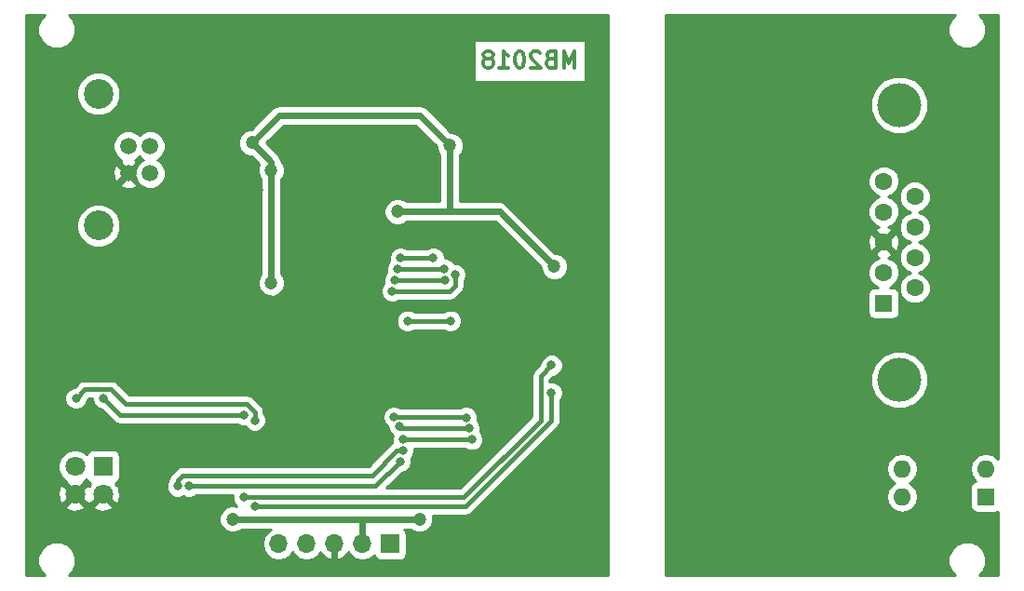
<source format=gbr>
G04 #@! TF.FileFunction,Copper,L2,Bot,Signal*
%FSLAX46Y46*%
G04 Gerber Fmt 4.6, Leading zero omitted, Abs format (unit mm)*
G04 Created by KiCad (PCBNEW 4.0.7) date Fri Feb 16 20:15:51 2018*
%MOMM*%
%LPD*%
G01*
G04 APERTURE LIST*
%ADD10C,0.100000*%
%ADD11C,0.300000*%
%ADD12C,1.200000*%
%ADD13C,1.520000*%
%ADD14C,2.700000*%
%ADD15R,1.700000X1.700000*%
%ADD16O,1.700000X1.700000*%
%ADD17C,1.800000*%
%ADD18R,1.800000X1.800000*%
%ADD19R,1.600000X1.600000*%
%ADD20O,1.600000X1.600000*%
%ADD21C,1.600000*%
%ADD22C,4.000000*%
%ADD23C,0.800000*%
%ADD24C,0.600000*%
%ADD25C,0.400000*%
%ADD26C,0.254000*%
G04 APERTURE END LIST*
D10*
D11*
X50607142Y48321429D02*
X50607142Y49821429D01*
X50107142Y48750000D01*
X49607142Y49821429D01*
X49607142Y48321429D01*
X48392856Y49107143D02*
X48178570Y49035714D01*
X48107142Y48964286D01*
X48035713Y48821429D01*
X48035713Y48607143D01*
X48107142Y48464286D01*
X48178570Y48392857D01*
X48321428Y48321429D01*
X48892856Y48321429D01*
X48892856Y49821429D01*
X48392856Y49821429D01*
X48249999Y49750000D01*
X48178570Y49678571D01*
X48107142Y49535714D01*
X48107142Y49392857D01*
X48178570Y49250000D01*
X48249999Y49178571D01*
X48392856Y49107143D01*
X48892856Y49107143D01*
X47464285Y49678571D02*
X47392856Y49750000D01*
X47249999Y49821429D01*
X46892856Y49821429D01*
X46749999Y49750000D01*
X46678570Y49678571D01*
X46607142Y49535714D01*
X46607142Y49392857D01*
X46678570Y49178571D01*
X47535713Y48321429D01*
X46607142Y48321429D01*
X45678571Y49821429D02*
X45535714Y49821429D01*
X45392857Y49750000D01*
X45321428Y49678571D01*
X45249999Y49535714D01*
X45178571Y49250000D01*
X45178571Y48892857D01*
X45249999Y48607143D01*
X45321428Y48464286D01*
X45392857Y48392857D01*
X45535714Y48321429D01*
X45678571Y48321429D01*
X45821428Y48392857D01*
X45892857Y48464286D01*
X45964285Y48607143D01*
X46035714Y48892857D01*
X46035714Y49250000D01*
X45964285Y49535714D01*
X45892857Y49678571D01*
X45821428Y49750000D01*
X45678571Y49821429D01*
X43750000Y48321429D02*
X44607143Y48321429D01*
X44178571Y48321429D02*
X44178571Y49821429D01*
X44321428Y49607143D01*
X44464286Y49464286D01*
X44607143Y49392857D01*
X42892857Y49178571D02*
X43035715Y49250000D01*
X43107143Y49321429D01*
X43178572Y49464286D01*
X43178572Y49535714D01*
X43107143Y49678571D01*
X43035715Y49750000D01*
X42892857Y49821429D01*
X42607143Y49821429D01*
X42464286Y49750000D01*
X42392857Y49678571D01*
X42321429Y49535714D01*
X42321429Y49464286D01*
X42392857Y49321429D01*
X42464286Y49250000D01*
X42607143Y49178571D01*
X42892857Y49178571D01*
X43035715Y49107143D01*
X43107143Y49035714D01*
X43178572Y48892857D01*
X43178572Y48607143D01*
X43107143Y48464286D01*
X43035715Y48392857D01*
X42892857Y48321429D01*
X42607143Y48321429D01*
X42464286Y48392857D01*
X42392857Y48464286D01*
X42321429Y48607143D01*
X42321429Y48892857D01*
X42392857Y49035714D01*
X42464286Y49107143D01*
X42607143Y49178571D01*
D12*
X17500000Y8500000D03*
X11000000Y30000000D03*
X16750000Y47250000D03*
X14500000Y45000000D03*
X17250000Y30750000D03*
X15500000Y32750000D03*
X17250000Y23000000D03*
X40000000Y12750000D03*
X38250000Y23000000D03*
X40000000Y18500000D03*
X45750000Y30250000D03*
X46250000Y21500000D03*
X51250000Y25750000D03*
X60000000Y38750000D03*
X52500000Y38750000D03*
X20000000Y3500000D03*
X13750000Y3500000D03*
X7500000Y3500000D03*
X2000000Y11000000D03*
X2000000Y18750000D03*
X2000000Y26250000D03*
X2000000Y33750000D03*
X2000000Y41250000D03*
X2000000Y48750000D03*
X7500000Y51750000D03*
X15000000Y51750000D03*
X22500000Y51750000D03*
X30000000Y51750000D03*
X37500000Y51750000D03*
X45000000Y51750000D03*
X52500000Y51750000D03*
X52500000Y46250000D03*
X50250000Y31500000D03*
X52500000Y34750000D03*
X37500000Y3500000D03*
X45000000Y3500000D03*
X52500000Y3500000D03*
X52500000Y8750000D03*
X51750000Y13500000D03*
X42750000Y7250000D03*
X17500000Y15250000D03*
X38000000Y33250000D03*
X28750000Y18500000D03*
X28750000Y15500000D03*
X28750000Y12750000D03*
X28750000Y21250000D03*
X28750000Y39000000D03*
X28750000Y36000000D03*
X28750000Y33250000D03*
X28750000Y41750000D03*
D13*
X12000000Y41200000D03*
X12000000Y38700000D03*
X10000000Y38700000D03*
X10000000Y41200000D03*
D14*
X7290000Y45950000D03*
X7290000Y33950000D03*
D12*
X60000000Y34750000D03*
D15*
X33830000Y5000000D03*
D16*
X31290000Y5000000D03*
X28750000Y5000000D03*
X26210000Y5000000D03*
X23670000Y5000000D03*
D12*
X69000000Y35750000D03*
X75750000Y18750000D03*
X75750000Y26250000D03*
X60000000Y8750000D03*
X60000000Y3500000D03*
X67500000Y3500000D03*
X75000000Y3500000D03*
X82500000Y3500000D03*
X88250000Y18750000D03*
X88250000Y26250000D03*
X88250000Y33750000D03*
X88250000Y41250000D03*
X88250000Y48750000D03*
X82500000Y51750000D03*
X75000000Y51750000D03*
X67500000Y51750000D03*
X60000000Y51750000D03*
D17*
X5160000Y9510000D03*
X5160000Y12050000D03*
D18*
X7700000Y12050000D03*
D17*
X7700000Y9510000D03*
D19*
X88000000Y9300000D03*
D20*
X80380000Y11840000D03*
X88000000Y11840000D03*
X80380000Y9300000D03*
D19*
X78700000Y26900000D03*
D21*
X78700000Y29670000D03*
X78700000Y32440000D03*
X78700000Y35210000D03*
X78700000Y37980000D03*
X81540000Y28285000D03*
X81540000Y31055000D03*
X81540000Y33825000D03*
X81540000Y36595000D03*
D22*
X80120000Y19940000D03*
X80120000Y44940000D03*
D12*
X60000000Y46250000D03*
X21750000Y37250000D03*
X15250018Y41500000D03*
X19500000Y7250000D03*
X23000000Y28750000D03*
X36500000Y7250000D03*
X48750000Y30250000D03*
X39250000Y41250000D03*
X34500000Y35225000D03*
X23000000Y39000000D03*
X21250000Y41500000D03*
X66250000Y27250000D03*
X66000000Y20250000D03*
X70250000Y41750000D03*
X73000000Y42000000D03*
X64250000Y15250000D03*
X62250000Y31500000D03*
X71250000Y38500000D03*
X73000000Y36250000D03*
X67500000Y9000000D03*
X60750000Y13500000D03*
X60000000Y28500000D03*
D23*
X40750000Y16500000D03*
X34154845Y16549308D03*
X5250000Y18250000D03*
X21500000Y16250000D03*
X15500000Y10250000D03*
X34750000Y12500000D03*
X14491043Y10247015D03*
X35000000Y13500000D03*
X41000008Y15500000D03*
X34676884Y15696372D03*
X41250004Y14500000D03*
X35000000Y14500000D03*
X34750000Y31000000D03*
X37749996Y31000000D03*
X39290686Y25290686D03*
X35409314Y25290686D03*
X39750000Y29500000D03*
X34000000Y28000000D03*
X38829651Y28961037D03*
X34250000Y29000000D03*
X38750000Y30000000D03*
X34500000Y30000000D03*
X48500000Y21250000D03*
X20500000Y9250000D03*
X48500000Y18750000D03*
X21500000Y8449990D03*
X7750000Y18250000D03*
X20500000Y16750000D03*
D24*
X39250000Y35250000D02*
X39250000Y41250000D01*
X31250000Y7250000D02*
X19500000Y7250000D01*
X23000000Y39000000D02*
X23000000Y28750000D01*
X36500000Y7250000D02*
X31250000Y7250000D01*
X31250000Y7250000D02*
X31290000Y7210000D01*
X31290000Y7210000D02*
X31290000Y5000000D01*
X43775000Y35225000D02*
X48750000Y30250000D01*
X39225000Y35225000D02*
X43775000Y35225000D01*
X34500000Y35225000D02*
X39225000Y35225000D01*
X39225000Y35225000D02*
X39250000Y35250000D01*
X21250000Y41500000D02*
X23750000Y44000000D01*
X23750000Y44000000D02*
X36500000Y44000000D01*
X36500000Y44000000D02*
X39250000Y41250000D01*
X21250000Y41500000D02*
X23000000Y39750000D01*
X23000000Y39750000D02*
X23000000Y39000000D01*
D25*
X34154845Y16549308D02*
X40700692Y16549308D01*
X40700692Y16549308D02*
X40750000Y16500000D01*
X6050001Y19050001D02*
X5250000Y18250000D01*
X9750000Y17750000D02*
X8449999Y19050001D01*
X8449999Y19050001D02*
X6050001Y19050001D01*
X20750000Y17750000D02*
X9750000Y17750000D01*
X21500000Y16250000D02*
X21500000Y17000000D01*
X21500000Y17000000D02*
X20750000Y17750000D01*
X32500000Y10250000D02*
X16065685Y10250000D01*
X34750000Y12500000D02*
X32500000Y10250000D01*
X16065685Y10250000D02*
X15500000Y10250000D01*
X34434315Y13500000D02*
X32184315Y11250000D01*
X14491043Y10812700D02*
X14491043Y10247015D01*
X32184315Y11250000D02*
X14928343Y11250000D01*
X14928343Y11250000D02*
X14491043Y10812700D01*
X35000000Y13500000D02*
X34434315Y13500000D01*
X41000008Y15500000D02*
X34873256Y15500000D01*
X34873256Y15500000D02*
X34676884Y15696372D01*
X35000000Y14500000D02*
X41250004Y14500000D01*
X37749996Y31000000D02*
X34750000Y31000000D01*
X35409314Y25290686D02*
X39290686Y25290686D01*
X34000000Y28000000D02*
X39250000Y28000000D01*
X39250000Y28000000D02*
X39750000Y28500000D01*
X39750000Y28500000D02*
X39750000Y29500000D01*
X38790688Y29000000D02*
X38829651Y28961037D01*
X34250000Y29000000D02*
X38790688Y29000000D01*
X34500000Y30000000D02*
X38750000Y30000000D01*
X20500000Y9250000D02*
X40500000Y9250000D01*
X40500000Y9250000D02*
X47500000Y16250000D01*
X47500000Y16250000D02*
X47500000Y20250000D01*
X47500000Y20250000D02*
X48500000Y21250000D01*
X21500000Y8449990D02*
X40699990Y8449990D01*
X40699990Y8449990D02*
X48500000Y16250000D01*
X48500000Y16250000D02*
X48500000Y18750000D01*
X9250000Y16750000D02*
X7750000Y18250000D01*
X20500000Y16750000D02*
X9250000Y16750000D01*
D26*
G36*
X84829996Y52784082D02*
X84565301Y52146627D01*
X84564699Y51456401D01*
X84828281Y50818485D01*
X85315918Y50329996D01*
X85953373Y50065301D01*
X86643599Y50064699D01*
X87281515Y50328281D01*
X87770004Y50815918D01*
X88034699Y51453373D01*
X88035301Y52143599D01*
X87771719Y52781515D01*
X87430830Y53123000D01*
X89115000Y53123000D01*
X89115000Y12746660D01*
X89042811Y12854698D01*
X88577264Y13165767D01*
X88028113Y13275000D01*
X87971887Y13275000D01*
X87422736Y13165767D01*
X86957189Y12854698D01*
X86646120Y12389151D01*
X86536887Y11840000D01*
X86646120Y11290849D01*
X86957189Y10825302D01*
X87101465Y10728899D01*
X86964683Y10703162D01*
X86748559Y10564090D01*
X86603569Y10351890D01*
X86552560Y10100000D01*
X86552560Y8500000D01*
X86596838Y8264683D01*
X86735910Y8048559D01*
X86948110Y7903569D01*
X87200000Y7852560D01*
X88800000Y7852560D01*
X89035317Y7896838D01*
X89115000Y7948113D01*
X89115000Y2127000D01*
X87380406Y2127000D01*
X87770004Y2515918D01*
X88034699Y3153373D01*
X88035301Y3843599D01*
X87771719Y4481515D01*
X87284082Y4970004D01*
X86646627Y5234699D01*
X85956401Y5235301D01*
X85318485Y4971719D01*
X84829996Y4484082D01*
X84565301Y3846627D01*
X84564699Y3156401D01*
X84828281Y2518485D01*
X85219083Y2127000D01*
X58877000Y2127000D01*
X58877000Y11840000D01*
X78916887Y11840000D01*
X79026120Y11290849D01*
X79337189Y10825302D01*
X79719275Y10570000D01*
X79337189Y10314698D01*
X79026120Y9849151D01*
X78916887Y9300000D01*
X79026120Y8750849D01*
X79337189Y8285302D01*
X79802736Y7974233D01*
X80351887Y7865000D01*
X80408113Y7865000D01*
X80957264Y7974233D01*
X81422811Y8285302D01*
X81733880Y8750849D01*
X81843113Y9300000D01*
X81733880Y9849151D01*
X81422811Y10314698D01*
X81040725Y10570000D01*
X81422811Y10825302D01*
X81733880Y11290849D01*
X81843113Y11840000D01*
X81733880Y12389151D01*
X81422811Y12854698D01*
X80957264Y13165767D01*
X80408113Y13275000D01*
X80351887Y13275000D01*
X79802736Y13165767D01*
X79337189Y12854698D01*
X79026120Y12389151D01*
X78916887Y11840000D01*
X58877000Y11840000D01*
X58877000Y19418166D01*
X77484543Y19418166D01*
X77884853Y18449342D01*
X78625443Y17707458D01*
X79593567Y17305458D01*
X80641834Y17304543D01*
X81610658Y17704853D01*
X82352542Y18445443D01*
X82754542Y19413567D01*
X82755457Y20461834D01*
X82355147Y21430658D01*
X81614557Y22172542D01*
X80646433Y22574542D01*
X79598166Y22575457D01*
X78629342Y22175147D01*
X77887458Y21434557D01*
X77485458Y20466433D01*
X77484543Y19418166D01*
X58877000Y19418166D01*
X58877000Y27700000D01*
X77252560Y27700000D01*
X77252560Y26100000D01*
X77296838Y25864683D01*
X77435910Y25648559D01*
X77648110Y25503569D01*
X77900000Y25452560D01*
X79500000Y25452560D01*
X79735317Y25496838D01*
X79951441Y25635910D01*
X80096431Y25848110D01*
X80147440Y26100000D01*
X80147440Y27700000D01*
X80103162Y27935317D01*
X79964090Y28151441D01*
X79751890Y28296431D01*
X79500000Y28347440D01*
X79256913Y28347440D01*
X79511800Y28452757D01*
X79915824Y28856077D01*
X80134750Y29383309D01*
X80135248Y29954187D01*
X79917243Y30481800D01*
X79513923Y30885824D01*
X79129937Y31045269D01*
X79414003Y31162933D01*
X79491846Y31403495D01*
X78700000Y32195341D01*
X77908154Y31403495D01*
X77985997Y31162933D01*
X78305097Y31059501D01*
X77888200Y30887243D01*
X77484176Y30483923D01*
X77265250Y29956691D01*
X77264752Y29385813D01*
X77482757Y28858200D01*
X77886077Y28454176D01*
X78143126Y28347440D01*
X77900000Y28347440D01*
X77664683Y28303162D01*
X77448559Y28164090D01*
X77303569Y27951890D01*
X77252560Y27700000D01*
X58877000Y27700000D01*
X58877000Y32610940D01*
X77246907Y32610940D01*
X77292101Y32041854D01*
X77422933Y31725997D01*
X77663495Y31648154D01*
X78455341Y32440000D01*
X78944659Y32440000D01*
X79736505Y31648154D01*
X79977067Y31725997D01*
X80153093Y32269060D01*
X80107899Y32838146D01*
X79977067Y33154003D01*
X79736505Y33231846D01*
X78944659Y32440000D01*
X78455341Y32440000D01*
X77663495Y33231846D01*
X77422933Y33154003D01*
X77246907Y32610940D01*
X58877000Y32610940D01*
X58877000Y37695813D01*
X77264752Y37695813D01*
X77482757Y37168200D01*
X77886077Y36764176D01*
X78293850Y36594854D01*
X77888200Y36427243D01*
X77484176Y36023923D01*
X77265250Y35496691D01*
X77264752Y34925813D01*
X77482757Y34398200D01*
X77886077Y33994176D01*
X78270063Y33834731D01*
X77985997Y33717067D01*
X77908154Y33476505D01*
X78700000Y32684659D01*
X79491846Y33476505D01*
X79414003Y33717067D01*
X79094903Y33820499D01*
X79511800Y33992757D01*
X79915824Y34396077D01*
X80134750Y34923309D01*
X80135248Y35494187D01*
X79917243Y36021800D01*
X79628734Y36310813D01*
X80104752Y36310813D01*
X80322757Y35783200D01*
X80726077Y35379176D01*
X81133850Y35209854D01*
X80728200Y35042243D01*
X80324176Y34638923D01*
X80105250Y34111691D01*
X80104752Y33540813D01*
X80322757Y33013200D01*
X80726077Y32609176D01*
X81133850Y32439854D01*
X80728200Y32272243D01*
X80324176Y31868923D01*
X80105250Y31341691D01*
X80104752Y30770813D01*
X80322757Y30243200D01*
X80726077Y29839176D01*
X81133850Y29669854D01*
X80728200Y29502243D01*
X80324176Y29098923D01*
X80105250Y28571691D01*
X80104752Y28000813D01*
X80322757Y27473200D01*
X80726077Y27069176D01*
X81253309Y26850250D01*
X81824187Y26849752D01*
X82351800Y27067757D01*
X82755824Y27471077D01*
X82974750Y27998309D01*
X82975248Y28569187D01*
X82757243Y29096800D01*
X82353923Y29500824D01*
X81946150Y29670146D01*
X82351800Y29837757D01*
X82755824Y30241077D01*
X82974750Y30768309D01*
X82975248Y31339187D01*
X82757243Y31866800D01*
X82353923Y32270824D01*
X81946150Y32440146D01*
X82351800Y32607757D01*
X82755824Y33011077D01*
X82974750Y33538309D01*
X82975248Y34109187D01*
X82757243Y34636800D01*
X82353923Y35040824D01*
X81946150Y35210146D01*
X82351800Y35377757D01*
X82755824Y35781077D01*
X82974750Y36308309D01*
X82975248Y36879187D01*
X82757243Y37406800D01*
X82353923Y37810824D01*
X81826691Y38029750D01*
X81255813Y38030248D01*
X80728200Y37812243D01*
X80324176Y37408923D01*
X80105250Y36881691D01*
X80104752Y36310813D01*
X79628734Y36310813D01*
X79513923Y36425824D01*
X79106150Y36595146D01*
X79511800Y36762757D01*
X79915824Y37166077D01*
X80134750Y37693309D01*
X80135248Y38264187D01*
X79917243Y38791800D01*
X79513923Y39195824D01*
X78986691Y39414750D01*
X78415813Y39415248D01*
X77888200Y39197243D01*
X77484176Y38793923D01*
X77265250Y38266691D01*
X77264752Y37695813D01*
X58877000Y37695813D01*
X58877000Y44418166D01*
X77484543Y44418166D01*
X77884853Y43449342D01*
X78625443Y42707458D01*
X79593567Y42305458D01*
X80641834Y42304543D01*
X81610658Y42704853D01*
X82352542Y43445443D01*
X82754542Y44413567D01*
X82755457Y45461834D01*
X82355147Y46430658D01*
X81614557Y47172542D01*
X80646433Y47574542D01*
X79598166Y47575457D01*
X78629342Y47175147D01*
X77887458Y46434557D01*
X77485458Y45466433D01*
X77484543Y44418166D01*
X58877000Y44418166D01*
X58877000Y53123000D01*
X85169506Y53123000D01*
X84829996Y52784082D01*
X84829996Y52784082D01*
G37*
X84829996Y52784082D02*
X84565301Y52146627D01*
X84564699Y51456401D01*
X84828281Y50818485D01*
X85315918Y50329996D01*
X85953373Y50065301D01*
X86643599Y50064699D01*
X87281515Y50328281D01*
X87770004Y50815918D01*
X88034699Y51453373D01*
X88035301Y52143599D01*
X87771719Y52781515D01*
X87430830Y53123000D01*
X89115000Y53123000D01*
X89115000Y12746660D01*
X89042811Y12854698D01*
X88577264Y13165767D01*
X88028113Y13275000D01*
X87971887Y13275000D01*
X87422736Y13165767D01*
X86957189Y12854698D01*
X86646120Y12389151D01*
X86536887Y11840000D01*
X86646120Y11290849D01*
X86957189Y10825302D01*
X87101465Y10728899D01*
X86964683Y10703162D01*
X86748559Y10564090D01*
X86603569Y10351890D01*
X86552560Y10100000D01*
X86552560Y8500000D01*
X86596838Y8264683D01*
X86735910Y8048559D01*
X86948110Y7903569D01*
X87200000Y7852560D01*
X88800000Y7852560D01*
X89035317Y7896838D01*
X89115000Y7948113D01*
X89115000Y2127000D01*
X87380406Y2127000D01*
X87770004Y2515918D01*
X88034699Y3153373D01*
X88035301Y3843599D01*
X87771719Y4481515D01*
X87284082Y4970004D01*
X86646627Y5234699D01*
X85956401Y5235301D01*
X85318485Y4971719D01*
X84829996Y4484082D01*
X84565301Y3846627D01*
X84564699Y3156401D01*
X84828281Y2518485D01*
X85219083Y2127000D01*
X58877000Y2127000D01*
X58877000Y11840000D01*
X78916887Y11840000D01*
X79026120Y11290849D01*
X79337189Y10825302D01*
X79719275Y10570000D01*
X79337189Y10314698D01*
X79026120Y9849151D01*
X78916887Y9300000D01*
X79026120Y8750849D01*
X79337189Y8285302D01*
X79802736Y7974233D01*
X80351887Y7865000D01*
X80408113Y7865000D01*
X80957264Y7974233D01*
X81422811Y8285302D01*
X81733880Y8750849D01*
X81843113Y9300000D01*
X81733880Y9849151D01*
X81422811Y10314698D01*
X81040725Y10570000D01*
X81422811Y10825302D01*
X81733880Y11290849D01*
X81843113Y11840000D01*
X81733880Y12389151D01*
X81422811Y12854698D01*
X80957264Y13165767D01*
X80408113Y13275000D01*
X80351887Y13275000D01*
X79802736Y13165767D01*
X79337189Y12854698D01*
X79026120Y12389151D01*
X78916887Y11840000D01*
X58877000Y11840000D01*
X58877000Y19418166D01*
X77484543Y19418166D01*
X77884853Y18449342D01*
X78625443Y17707458D01*
X79593567Y17305458D01*
X80641834Y17304543D01*
X81610658Y17704853D01*
X82352542Y18445443D01*
X82754542Y19413567D01*
X82755457Y20461834D01*
X82355147Y21430658D01*
X81614557Y22172542D01*
X80646433Y22574542D01*
X79598166Y22575457D01*
X78629342Y22175147D01*
X77887458Y21434557D01*
X77485458Y20466433D01*
X77484543Y19418166D01*
X58877000Y19418166D01*
X58877000Y27700000D01*
X77252560Y27700000D01*
X77252560Y26100000D01*
X77296838Y25864683D01*
X77435910Y25648559D01*
X77648110Y25503569D01*
X77900000Y25452560D01*
X79500000Y25452560D01*
X79735317Y25496838D01*
X79951441Y25635910D01*
X80096431Y25848110D01*
X80147440Y26100000D01*
X80147440Y27700000D01*
X80103162Y27935317D01*
X79964090Y28151441D01*
X79751890Y28296431D01*
X79500000Y28347440D01*
X79256913Y28347440D01*
X79511800Y28452757D01*
X79915824Y28856077D01*
X80134750Y29383309D01*
X80135248Y29954187D01*
X79917243Y30481800D01*
X79513923Y30885824D01*
X79129937Y31045269D01*
X79414003Y31162933D01*
X79491846Y31403495D01*
X78700000Y32195341D01*
X77908154Y31403495D01*
X77985997Y31162933D01*
X78305097Y31059501D01*
X77888200Y30887243D01*
X77484176Y30483923D01*
X77265250Y29956691D01*
X77264752Y29385813D01*
X77482757Y28858200D01*
X77886077Y28454176D01*
X78143126Y28347440D01*
X77900000Y28347440D01*
X77664683Y28303162D01*
X77448559Y28164090D01*
X77303569Y27951890D01*
X77252560Y27700000D01*
X58877000Y27700000D01*
X58877000Y32610940D01*
X77246907Y32610940D01*
X77292101Y32041854D01*
X77422933Y31725997D01*
X77663495Y31648154D01*
X78455341Y32440000D01*
X78944659Y32440000D01*
X79736505Y31648154D01*
X79977067Y31725997D01*
X80153093Y32269060D01*
X80107899Y32838146D01*
X79977067Y33154003D01*
X79736505Y33231846D01*
X78944659Y32440000D01*
X78455341Y32440000D01*
X77663495Y33231846D01*
X77422933Y33154003D01*
X77246907Y32610940D01*
X58877000Y32610940D01*
X58877000Y37695813D01*
X77264752Y37695813D01*
X77482757Y37168200D01*
X77886077Y36764176D01*
X78293850Y36594854D01*
X77888200Y36427243D01*
X77484176Y36023923D01*
X77265250Y35496691D01*
X77264752Y34925813D01*
X77482757Y34398200D01*
X77886077Y33994176D01*
X78270063Y33834731D01*
X77985997Y33717067D01*
X77908154Y33476505D01*
X78700000Y32684659D01*
X79491846Y33476505D01*
X79414003Y33717067D01*
X79094903Y33820499D01*
X79511800Y33992757D01*
X79915824Y34396077D01*
X80134750Y34923309D01*
X80135248Y35494187D01*
X79917243Y36021800D01*
X79628734Y36310813D01*
X80104752Y36310813D01*
X80322757Y35783200D01*
X80726077Y35379176D01*
X81133850Y35209854D01*
X80728200Y35042243D01*
X80324176Y34638923D01*
X80105250Y34111691D01*
X80104752Y33540813D01*
X80322757Y33013200D01*
X80726077Y32609176D01*
X81133850Y32439854D01*
X80728200Y32272243D01*
X80324176Y31868923D01*
X80105250Y31341691D01*
X80104752Y30770813D01*
X80322757Y30243200D01*
X80726077Y29839176D01*
X81133850Y29669854D01*
X80728200Y29502243D01*
X80324176Y29098923D01*
X80105250Y28571691D01*
X80104752Y28000813D01*
X80322757Y27473200D01*
X80726077Y27069176D01*
X81253309Y26850250D01*
X81824187Y26849752D01*
X82351800Y27067757D01*
X82755824Y27471077D01*
X82974750Y27998309D01*
X82975248Y28569187D01*
X82757243Y29096800D01*
X82353923Y29500824D01*
X81946150Y29670146D01*
X82351800Y29837757D01*
X82755824Y30241077D01*
X82974750Y30768309D01*
X82975248Y31339187D01*
X82757243Y31866800D01*
X82353923Y32270824D01*
X81946150Y32440146D01*
X82351800Y32607757D01*
X82755824Y33011077D01*
X82974750Y33538309D01*
X82975248Y34109187D01*
X82757243Y34636800D01*
X82353923Y35040824D01*
X81946150Y35210146D01*
X82351800Y35377757D01*
X82755824Y35781077D01*
X82974750Y36308309D01*
X82975248Y36879187D01*
X82757243Y37406800D01*
X82353923Y37810824D01*
X81826691Y38029750D01*
X81255813Y38030248D01*
X80728200Y37812243D01*
X80324176Y37408923D01*
X80105250Y36881691D01*
X80104752Y36310813D01*
X79628734Y36310813D01*
X79513923Y36425824D01*
X79106150Y36595146D01*
X79511800Y36762757D01*
X79915824Y37166077D01*
X80134750Y37693309D01*
X80135248Y38264187D01*
X79917243Y38791800D01*
X79513923Y39195824D01*
X78986691Y39414750D01*
X78415813Y39415248D01*
X77888200Y39197243D01*
X77484176Y38793923D01*
X77265250Y38266691D01*
X77264752Y37695813D01*
X58877000Y37695813D01*
X58877000Y44418166D01*
X77484543Y44418166D01*
X77884853Y43449342D01*
X78625443Y42707458D01*
X79593567Y42305458D01*
X80641834Y42304543D01*
X81610658Y42704853D01*
X82352542Y43445443D01*
X82754542Y44413567D01*
X82755457Y45461834D01*
X82355147Y46430658D01*
X81614557Y47172542D01*
X80646433Y47574542D01*
X79598166Y47575457D01*
X78629342Y47175147D01*
X77887458Y46434557D01*
X77485458Y45466433D01*
X77484543Y44418166D01*
X58877000Y44418166D01*
X58877000Y53123000D01*
X85169506Y53123000D01*
X84829996Y52784082D01*
G36*
X2029996Y52784082D02*
X1765301Y52146627D01*
X1764699Y51456401D01*
X2028281Y50818485D01*
X2515918Y50329996D01*
X3153373Y50065301D01*
X3843599Y50064699D01*
X4481515Y50328281D01*
X4970004Y50815918D01*
X4977927Y50835000D01*
X41400715Y50835000D01*
X41400715Y47015000D01*
X51599285Y47015000D01*
X51599285Y50835000D01*
X41400715Y50835000D01*
X4977927Y50835000D01*
X5234699Y51453373D01*
X5235301Y52143599D01*
X4971719Y52781515D01*
X4630830Y53123000D01*
X53623000Y53123000D01*
X53623000Y2127000D01*
X4580406Y2127000D01*
X4970004Y2515918D01*
X5234699Y3153373D01*
X5235301Y3843599D01*
X4971719Y4481515D01*
X4484082Y4970004D01*
X3846627Y5234699D01*
X3156401Y5235301D01*
X2518485Y4971719D01*
X2029996Y4484082D01*
X1765301Y3846627D01*
X1764699Y3156401D01*
X2028281Y2518485D01*
X2419083Y2127000D01*
X685000Y2127000D01*
X685000Y8400803D01*
X4295462Y8400803D01*
X4385671Y8149903D01*
X4965100Y7957111D01*
X5574201Y8000733D01*
X5934329Y8149903D01*
X6024538Y8400803D01*
X6835462Y8400803D01*
X6925671Y8149903D01*
X7505100Y7957111D01*
X8114201Y8000733D01*
X8474329Y8149903D01*
X8564538Y8400803D01*
X7700000Y9265341D01*
X6835462Y8400803D01*
X6024538Y8400803D01*
X5160000Y9265341D01*
X4295462Y8400803D01*
X685000Y8400803D01*
X685000Y9704900D01*
X3607111Y9704900D01*
X3650733Y9095799D01*
X3799903Y8735671D01*
X4050803Y8645462D01*
X4915341Y9510000D01*
X4050803Y10374538D01*
X3799903Y10284329D01*
X3607111Y9704900D01*
X685000Y9704900D01*
X685000Y11746009D01*
X3624735Y11746009D01*
X3857932Y11181629D01*
X4289357Y10749449D01*
X4335417Y10730323D01*
X4295462Y10619197D01*
X5160000Y9754659D01*
X6024538Y10619197D01*
X5984735Y10729902D01*
X6028371Y10747932D01*
X6196613Y10915880D01*
X6196838Y10914683D01*
X6335910Y10698559D01*
X6539574Y10559402D01*
X6472755Y10492583D01*
X6590801Y10374537D01*
X6430000Y10316723D01*
X6269197Y10374538D01*
X5404659Y9510000D01*
X6269197Y8645462D01*
X6430000Y8703277D01*
X6590803Y8645462D01*
X7455341Y9510000D01*
X7441199Y9524142D01*
X7685858Y9768801D01*
X7700000Y9754659D01*
X7714142Y9768801D01*
X7958801Y9524142D01*
X7944659Y9510000D01*
X8809197Y8645462D01*
X9060097Y8735671D01*
X9252889Y9315100D01*
X9209267Y9924201D01*
X9160455Y10042044D01*
X13455864Y10042044D01*
X13613101Y9661500D01*
X13903997Y9370096D01*
X14284266Y9212195D01*
X14696014Y9211836D01*
X14999392Y9337189D01*
X15293223Y9215180D01*
X15704971Y9214821D01*
X16085515Y9372058D01*
X16128532Y9415000D01*
X19465144Y9415000D01*
X19464821Y9045029D01*
X19622058Y8664485D01*
X19840179Y8445983D01*
X19746734Y8484785D01*
X19255421Y8485214D01*
X18801343Y8297592D01*
X18453629Y7950485D01*
X18265215Y7496734D01*
X18264786Y7005421D01*
X18452408Y6551343D01*
X18799515Y6203629D01*
X19253266Y6015215D01*
X19744579Y6014786D01*
X20198657Y6202408D01*
X20311446Y6315000D01*
X22972926Y6315000D01*
X22619946Y6079147D01*
X22298039Y5597378D01*
X22185000Y5029093D01*
X22185000Y4970907D01*
X22298039Y4402622D01*
X22619946Y3920853D01*
X23101715Y3598946D01*
X23670000Y3485907D01*
X24238285Y3598946D01*
X24720054Y3920853D01*
X24940000Y4250026D01*
X25159946Y3920853D01*
X25641715Y3598946D01*
X26210000Y3485907D01*
X26778285Y3598946D01*
X27260054Y3920853D01*
X27489865Y4264790D01*
X27582832Y4081859D01*
X28023035Y3705092D01*
X28348407Y3570333D01*
X28577000Y3685082D01*
X28577000Y4827000D01*
X28557000Y4827000D01*
X28557000Y5173000D01*
X28577000Y5173000D01*
X28577000Y5193000D01*
X28923000Y5193000D01*
X28923000Y5173000D01*
X28943000Y5173000D01*
X28943000Y4827000D01*
X28923000Y4827000D01*
X28923000Y3685082D01*
X29151593Y3570333D01*
X29476965Y3705092D01*
X29917168Y4081859D01*
X30010135Y4264790D01*
X30239946Y3920853D01*
X30721715Y3598946D01*
X31290000Y3485907D01*
X31858285Y3598946D01*
X32340054Y3920853D01*
X32367850Y3962452D01*
X32376838Y3914683D01*
X32515910Y3698559D01*
X32728110Y3553569D01*
X32980000Y3502560D01*
X34680000Y3502560D01*
X34915317Y3546838D01*
X35131441Y3685910D01*
X35276431Y3898110D01*
X35327440Y4150000D01*
X35327440Y5850000D01*
X35283162Y6085317D01*
X35144090Y6301441D01*
X35124246Y6315000D01*
X35688338Y6315000D01*
X35799515Y6203629D01*
X36253266Y6015215D01*
X36744579Y6014786D01*
X37198657Y6202408D01*
X37546371Y6549515D01*
X37734785Y7003266D01*
X37735214Y7494579D01*
X37685461Y7614990D01*
X40699990Y7614990D01*
X41019531Y7678551D01*
X41290424Y7859556D01*
X49090434Y15659566D01*
X49094065Y15665000D01*
X49271439Y15930459D01*
X49335000Y16250000D01*
X49335000Y18121108D01*
X49376919Y18162954D01*
X49534820Y18543223D01*
X49535179Y18954971D01*
X49377942Y19335515D01*
X49087046Y19626919D01*
X48706777Y19784820D01*
X48335000Y19785144D01*
X48335000Y19904132D01*
X48645741Y20214873D01*
X48704971Y20214821D01*
X49085515Y20372058D01*
X49376919Y20662954D01*
X49534820Y21043223D01*
X49535179Y21454971D01*
X49377942Y21835515D01*
X49087046Y22126919D01*
X48706777Y22284820D01*
X48295029Y22285179D01*
X47914485Y22127942D01*
X47623081Y21837046D01*
X47465180Y21456777D01*
X47465127Y21395995D01*
X46909566Y20840434D01*
X46728561Y20569541D01*
X46665000Y20250000D01*
X46665000Y16595868D01*
X40154132Y10085000D01*
X33515868Y10085000D01*
X34895741Y11464873D01*
X34954971Y11464821D01*
X35335515Y11622058D01*
X35626919Y11912954D01*
X35784820Y12293223D01*
X35785179Y12704971D01*
X35751128Y12787382D01*
X35876919Y12912954D01*
X36034820Y13293223D01*
X36035144Y13665000D01*
X40621112Y13665000D01*
X40662958Y13623081D01*
X41043227Y13465180D01*
X41454975Y13464821D01*
X41835519Y13622058D01*
X42126923Y13912954D01*
X42284824Y14293223D01*
X42285183Y14704971D01*
X42127946Y15085515D01*
X42001272Y15212410D01*
X42034828Y15293223D01*
X42035187Y15704971D01*
X41877950Y16085515D01*
X41751267Y16212419D01*
X41784820Y16293223D01*
X41785179Y16704971D01*
X41627942Y17085515D01*
X41337046Y17376919D01*
X40956777Y17534820D01*
X40545029Y17535179D01*
X40179892Y17384308D01*
X34783737Y17384308D01*
X34741891Y17426227D01*
X34361622Y17584128D01*
X33949874Y17584487D01*
X33569330Y17427250D01*
X33277926Y17136354D01*
X33120025Y16756085D01*
X33119666Y16344337D01*
X33276903Y15963793D01*
X33567799Y15672389D01*
X33641836Y15641646D01*
X33641705Y15491401D01*
X33798942Y15110857D01*
X34034843Y14874544D01*
X33965180Y14706777D01*
X33964821Y14295029D01*
X34004902Y14198025D01*
X33843881Y14090435D01*
X31838447Y12085000D01*
X14928343Y12085000D01*
X14608803Y12021440D01*
X14337909Y11840434D01*
X13900609Y11403134D01*
X13719604Y11132241D01*
X13671731Y10891567D01*
X13614124Y10834061D01*
X13456223Y10453792D01*
X13455864Y10042044D01*
X9160455Y10042044D01*
X9060097Y10284329D01*
X8809199Y10374537D01*
X8927245Y10492583D01*
X8858240Y10561588D01*
X9051441Y10685910D01*
X9196431Y10898110D01*
X9247440Y11150000D01*
X9247440Y12950000D01*
X9203162Y13185317D01*
X9064090Y13401441D01*
X8851890Y13546431D01*
X8600000Y13597440D01*
X6800000Y13597440D01*
X6564683Y13553162D01*
X6348559Y13414090D01*
X6203569Y13201890D01*
X6199433Y13181466D01*
X6030643Y13350551D01*
X5466670Y13584733D01*
X4856009Y13585265D01*
X4291629Y13352068D01*
X3859449Y12920643D01*
X3625267Y12356670D01*
X3624735Y11746009D01*
X685000Y11746009D01*
X685000Y18045029D01*
X4214821Y18045029D01*
X4372058Y17664485D01*
X4662954Y17373081D01*
X5043223Y17215180D01*
X5454971Y17214821D01*
X5835515Y17372058D01*
X6126919Y17662954D01*
X6284820Y18043223D01*
X6284873Y18104005D01*
X6395869Y18215001D01*
X6714969Y18215001D01*
X6714821Y18045029D01*
X6872058Y17664485D01*
X7162954Y17373081D01*
X7543223Y17215180D01*
X7604005Y17215127D01*
X8659566Y16159566D01*
X8930459Y15978561D01*
X9250000Y15915000D01*
X19871108Y15915000D01*
X19912954Y15873081D01*
X20293223Y15715180D01*
X20601222Y15714911D01*
X20622058Y15664485D01*
X20912954Y15373081D01*
X21293223Y15215180D01*
X21704971Y15214821D01*
X22085515Y15372058D01*
X22376919Y15662954D01*
X22534820Y16043223D01*
X22535179Y16454971D01*
X22377942Y16835515D01*
X22335000Y16878532D01*
X22335000Y17000000D01*
X22271439Y17319541D01*
X22090434Y17590434D01*
X21340434Y18340434D01*
X21166314Y18456777D01*
X21069541Y18521439D01*
X20750000Y18585000D01*
X10095868Y18585000D01*
X9040433Y19640435D01*
X9011801Y19659566D01*
X8769540Y19821440D01*
X8449999Y19885001D01*
X6050001Y19885001D01*
X5730460Y19821440D01*
X5488199Y19659566D01*
X5459567Y19640435D01*
X5104259Y19285127D01*
X5045029Y19285179D01*
X4664485Y19127942D01*
X4373081Y18837046D01*
X4215180Y18456777D01*
X4214821Y18045029D01*
X685000Y18045029D01*
X685000Y25085715D01*
X34374135Y25085715D01*
X34531372Y24705171D01*
X34822268Y24413767D01*
X35202537Y24255866D01*
X35614285Y24255507D01*
X35994829Y24412744D01*
X36037846Y24455686D01*
X38661794Y24455686D01*
X38703640Y24413767D01*
X39083909Y24255866D01*
X39495657Y24255507D01*
X39876201Y24412744D01*
X40167605Y24703640D01*
X40325506Y25083909D01*
X40325865Y25495657D01*
X40168628Y25876201D01*
X39877732Y26167605D01*
X39497463Y26325506D01*
X39085715Y26325865D01*
X38705171Y26168628D01*
X38662154Y26125686D01*
X36038206Y26125686D01*
X35996360Y26167605D01*
X35616091Y26325506D01*
X35204343Y26325865D01*
X34823799Y26168628D01*
X34532395Y25877732D01*
X34374494Y25497463D01*
X34374135Y25085715D01*
X685000Y25085715D01*
X685000Y33556891D01*
X5304657Y33556891D01*
X5606218Y32827057D01*
X6164120Y32268181D01*
X6893427Y31965346D01*
X7683109Y31964657D01*
X8412943Y32266218D01*
X8971819Y32824120D01*
X9274654Y33553427D01*
X9275343Y34343109D01*
X8973782Y35072943D01*
X8415880Y35631819D01*
X7686573Y35934654D01*
X6896891Y35935343D01*
X6167057Y35633782D01*
X5608181Y35075880D01*
X5305346Y34346573D01*
X5304657Y33556891D01*
X685000Y33556891D01*
X685000Y37692598D01*
X9237257Y37692598D01*
X9310142Y37456167D01*
X9838649Y37286851D01*
X10391719Y37332674D01*
X10689858Y37456167D01*
X10762743Y37692598D01*
X10000000Y38455341D01*
X9237257Y37692598D01*
X685000Y37692598D01*
X685000Y38861351D01*
X8586851Y38861351D01*
X8632674Y38308281D01*
X8756167Y38010142D01*
X8992598Y37937257D01*
X9755341Y38700000D01*
X8992598Y39462743D01*
X8756167Y39389858D01*
X8586851Y38861351D01*
X685000Y38861351D01*
X685000Y40923735D01*
X8604758Y40923735D01*
X8816687Y40410828D01*
X9208764Y40018066D01*
X9348887Y39959882D01*
X9310142Y39943833D01*
X9237257Y39707402D01*
X10000000Y38944659D01*
X10762743Y39707402D01*
X10689858Y39943833D01*
X10646483Y39957729D01*
X10789172Y40016687D01*
X11000024Y40227171D01*
X11208764Y40018066D01*
X11372454Y39950096D01*
X11210828Y39883313D01*
X10818066Y39491236D01*
X10663387Y39118728D01*
X10244659Y38700000D01*
X10663788Y38280871D01*
X10816687Y37910828D01*
X11208764Y37518066D01*
X11721300Y37305242D01*
X12276265Y37304758D01*
X12789172Y37516687D01*
X13181934Y37908764D01*
X13394758Y38421300D01*
X13395242Y38976265D01*
X13183313Y39489172D01*
X12791236Y39881934D01*
X12627546Y39949904D01*
X12789172Y40016687D01*
X13181934Y40408764D01*
X13394758Y40921300D01*
X13395049Y41255421D01*
X20014786Y41255421D01*
X20202408Y40801343D01*
X20549515Y40453629D01*
X21003266Y40265215D01*
X21162634Y40265076D01*
X21887201Y39540509D01*
X21765215Y39246734D01*
X21764786Y38755421D01*
X21952408Y38301343D01*
X22065000Y38188554D01*
X22065000Y29561662D01*
X21953629Y29450485D01*
X21765215Y28996734D01*
X21764786Y28505421D01*
X21952408Y28051343D01*
X22299515Y27703629D01*
X22753266Y27515215D01*
X23244579Y27514786D01*
X23698657Y27702408D01*
X23791439Y27795029D01*
X32964821Y27795029D01*
X33122058Y27414485D01*
X33412954Y27123081D01*
X33793223Y26965180D01*
X34204971Y26964821D01*
X34585515Y27122058D01*
X34628532Y27165000D01*
X39250000Y27165000D01*
X39569541Y27228561D01*
X39840434Y27409566D01*
X40340434Y27909566D01*
X40521440Y28180460D01*
X40585000Y28500000D01*
X40585000Y28871108D01*
X40626919Y28912954D01*
X40784820Y29293223D01*
X40785179Y29704971D01*
X40627942Y30085515D01*
X40337046Y30376919D01*
X39956777Y30534820D01*
X39648778Y30535089D01*
X39627942Y30585515D01*
X39337046Y30876919D01*
X38956777Y31034820D01*
X38785027Y31034970D01*
X38785175Y31204971D01*
X38627938Y31585515D01*
X38337042Y31876919D01*
X37956773Y32034820D01*
X37545025Y32035179D01*
X37164481Y31877942D01*
X37121464Y31835000D01*
X35378892Y31835000D01*
X35337046Y31876919D01*
X34956777Y32034820D01*
X34545029Y32035179D01*
X34164485Y31877942D01*
X33873081Y31587046D01*
X33715180Y31206777D01*
X33714821Y30795029D01*
X33748872Y30712618D01*
X33623081Y30587046D01*
X33465180Y30206777D01*
X33464821Y29795029D01*
X33498872Y29712618D01*
X33373081Y29587046D01*
X33215180Y29206777D01*
X33214821Y28795029D01*
X33248872Y28712618D01*
X33123081Y28587046D01*
X32965180Y28206777D01*
X32964821Y27795029D01*
X23791439Y27795029D01*
X24046371Y28049515D01*
X24234785Y28503266D01*
X24235214Y28994579D01*
X24047592Y29448657D01*
X23935000Y29561446D01*
X23935000Y38188338D01*
X24046371Y38299515D01*
X24234785Y38753266D01*
X24235214Y39244579D01*
X24047592Y39698657D01*
X23919736Y39826737D01*
X23863827Y40107809D01*
X23661145Y40411145D01*
X22572290Y41500000D01*
X24137290Y43065000D01*
X36112710Y43065000D01*
X38014923Y41162787D01*
X38014786Y41005421D01*
X38202408Y40551343D01*
X38315000Y40438554D01*
X38315000Y36160000D01*
X35311662Y36160000D01*
X35200485Y36271371D01*
X34746734Y36459785D01*
X34255421Y36460214D01*
X33801343Y36272592D01*
X33453629Y35925485D01*
X33265215Y35471734D01*
X33264786Y34980421D01*
X33452408Y34526343D01*
X33799515Y34178629D01*
X34253266Y33990215D01*
X34744579Y33989786D01*
X35198657Y34177408D01*
X35311446Y34290000D01*
X43387710Y34290000D01*
X47514923Y30162787D01*
X47514786Y30005421D01*
X47702408Y29551343D01*
X48049515Y29203629D01*
X48503266Y29015215D01*
X48994579Y29014786D01*
X49448657Y29202408D01*
X49796371Y29549515D01*
X49984785Y30003266D01*
X49985214Y30494579D01*
X49797592Y30948657D01*
X49450485Y31296371D01*
X48996734Y31484785D01*
X48837366Y31484924D01*
X44436145Y35886145D01*
X44132809Y36088827D01*
X43775000Y36160000D01*
X40185000Y36160000D01*
X40185000Y40438338D01*
X40296371Y40549515D01*
X40484785Y41003266D01*
X40485214Y41494579D01*
X40297592Y41948657D01*
X39950485Y42296371D01*
X39496734Y42484785D01*
X39337366Y42484924D01*
X37161145Y44661145D01*
X36857809Y44863827D01*
X36500000Y44935000D01*
X23750000Y44935000D01*
X23392191Y44863827D01*
X23088855Y44661145D01*
X21162787Y42735077D01*
X21005421Y42735214D01*
X20551343Y42547592D01*
X20203629Y42200485D01*
X20015215Y41746734D01*
X20014786Y41255421D01*
X13395049Y41255421D01*
X13395242Y41476265D01*
X13183313Y41989172D01*
X12791236Y42381934D01*
X12278700Y42594758D01*
X11723735Y42595242D01*
X11210828Y42383313D01*
X10999976Y42172829D01*
X10791236Y42381934D01*
X10278700Y42594758D01*
X9723735Y42595242D01*
X9210828Y42383313D01*
X8818066Y41991236D01*
X8605242Y41478700D01*
X8604758Y40923735D01*
X685000Y40923735D01*
X685000Y45556891D01*
X5304657Y45556891D01*
X5606218Y44827057D01*
X6164120Y44268181D01*
X6893427Y43965346D01*
X7683109Y43964657D01*
X8412943Y44266218D01*
X8971819Y44824120D01*
X9274654Y45553427D01*
X9275343Y46343109D01*
X8973782Y47072943D01*
X8415880Y47631819D01*
X7686573Y47934654D01*
X6896891Y47935343D01*
X6167057Y47633782D01*
X5608181Y47075880D01*
X5305346Y46346573D01*
X5304657Y45556891D01*
X685000Y45556891D01*
X685000Y53123000D01*
X2369506Y53123000D01*
X2029996Y52784082D01*
X2029996Y52784082D01*
G37*
X2029996Y52784082D02*
X1765301Y52146627D01*
X1764699Y51456401D01*
X2028281Y50818485D01*
X2515918Y50329996D01*
X3153373Y50065301D01*
X3843599Y50064699D01*
X4481515Y50328281D01*
X4970004Y50815918D01*
X4977927Y50835000D01*
X41400715Y50835000D01*
X41400715Y47015000D01*
X51599285Y47015000D01*
X51599285Y50835000D01*
X41400715Y50835000D01*
X4977927Y50835000D01*
X5234699Y51453373D01*
X5235301Y52143599D01*
X4971719Y52781515D01*
X4630830Y53123000D01*
X53623000Y53123000D01*
X53623000Y2127000D01*
X4580406Y2127000D01*
X4970004Y2515918D01*
X5234699Y3153373D01*
X5235301Y3843599D01*
X4971719Y4481515D01*
X4484082Y4970004D01*
X3846627Y5234699D01*
X3156401Y5235301D01*
X2518485Y4971719D01*
X2029996Y4484082D01*
X1765301Y3846627D01*
X1764699Y3156401D01*
X2028281Y2518485D01*
X2419083Y2127000D01*
X685000Y2127000D01*
X685000Y8400803D01*
X4295462Y8400803D01*
X4385671Y8149903D01*
X4965100Y7957111D01*
X5574201Y8000733D01*
X5934329Y8149903D01*
X6024538Y8400803D01*
X6835462Y8400803D01*
X6925671Y8149903D01*
X7505100Y7957111D01*
X8114201Y8000733D01*
X8474329Y8149903D01*
X8564538Y8400803D01*
X7700000Y9265341D01*
X6835462Y8400803D01*
X6024538Y8400803D01*
X5160000Y9265341D01*
X4295462Y8400803D01*
X685000Y8400803D01*
X685000Y9704900D01*
X3607111Y9704900D01*
X3650733Y9095799D01*
X3799903Y8735671D01*
X4050803Y8645462D01*
X4915341Y9510000D01*
X4050803Y10374538D01*
X3799903Y10284329D01*
X3607111Y9704900D01*
X685000Y9704900D01*
X685000Y11746009D01*
X3624735Y11746009D01*
X3857932Y11181629D01*
X4289357Y10749449D01*
X4335417Y10730323D01*
X4295462Y10619197D01*
X5160000Y9754659D01*
X6024538Y10619197D01*
X5984735Y10729902D01*
X6028371Y10747932D01*
X6196613Y10915880D01*
X6196838Y10914683D01*
X6335910Y10698559D01*
X6539574Y10559402D01*
X6472755Y10492583D01*
X6590801Y10374537D01*
X6430000Y10316723D01*
X6269197Y10374538D01*
X5404659Y9510000D01*
X6269197Y8645462D01*
X6430000Y8703277D01*
X6590803Y8645462D01*
X7455341Y9510000D01*
X7441199Y9524142D01*
X7685858Y9768801D01*
X7700000Y9754659D01*
X7714142Y9768801D01*
X7958801Y9524142D01*
X7944659Y9510000D01*
X8809197Y8645462D01*
X9060097Y8735671D01*
X9252889Y9315100D01*
X9209267Y9924201D01*
X9160455Y10042044D01*
X13455864Y10042044D01*
X13613101Y9661500D01*
X13903997Y9370096D01*
X14284266Y9212195D01*
X14696014Y9211836D01*
X14999392Y9337189D01*
X15293223Y9215180D01*
X15704971Y9214821D01*
X16085515Y9372058D01*
X16128532Y9415000D01*
X19465144Y9415000D01*
X19464821Y9045029D01*
X19622058Y8664485D01*
X19840179Y8445983D01*
X19746734Y8484785D01*
X19255421Y8485214D01*
X18801343Y8297592D01*
X18453629Y7950485D01*
X18265215Y7496734D01*
X18264786Y7005421D01*
X18452408Y6551343D01*
X18799515Y6203629D01*
X19253266Y6015215D01*
X19744579Y6014786D01*
X20198657Y6202408D01*
X20311446Y6315000D01*
X22972926Y6315000D01*
X22619946Y6079147D01*
X22298039Y5597378D01*
X22185000Y5029093D01*
X22185000Y4970907D01*
X22298039Y4402622D01*
X22619946Y3920853D01*
X23101715Y3598946D01*
X23670000Y3485907D01*
X24238285Y3598946D01*
X24720054Y3920853D01*
X24940000Y4250026D01*
X25159946Y3920853D01*
X25641715Y3598946D01*
X26210000Y3485907D01*
X26778285Y3598946D01*
X27260054Y3920853D01*
X27489865Y4264790D01*
X27582832Y4081859D01*
X28023035Y3705092D01*
X28348407Y3570333D01*
X28577000Y3685082D01*
X28577000Y4827000D01*
X28557000Y4827000D01*
X28557000Y5173000D01*
X28577000Y5173000D01*
X28577000Y5193000D01*
X28923000Y5193000D01*
X28923000Y5173000D01*
X28943000Y5173000D01*
X28943000Y4827000D01*
X28923000Y4827000D01*
X28923000Y3685082D01*
X29151593Y3570333D01*
X29476965Y3705092D01*
X29917168Y4081859D01*
X30010135Y4264790D01*
X30239946Y3920853D01*
X30721715Y3598946D01*
X31290000Y3485907D01*
X31858285Y3598946D01*
X32340054Y3920853D01*
X32367850Y3962452D01*
X32376838Y3914683D01*
X32515910Y3698559D01*
X32728110Y3553569D01*
X32980000Y3502560D01*
X34680000Y3502560D01*
X34915317Y3546838D01*
X35131441Y3685910D01*
X35276431Y3898110D01*
X35327440Y4150000D01*
X35327440Y5850000D01*
X35283162Y6085317D01*
X35144090Y6301441D01*
X35124246Y6315000D01*
X35688338Y6315000D01*
X35799515Y6203629D01*
X36253266Y6015215D01*
X36744579Y6014786D01*
X37198657Y6202408D01*
X37546371Y6549515D01*
X37734785Y7003266D01*
X37735214Y7494579D01*
X37685461Y7614990D01*
X40699990Y7614990D01*
X41019531Y7678551D01*
X41290424Y7859556D01*
X49090434Y15659566D01*
X49094065Y15665000D01*
X49271439Y15930459D01*
X49335000Y16250000D01*
X49335000Y18121108D01*
X49376919Y18162954D01*
X49534820Y18543223D01*
X49535179Y18954971D01*
X49377942Y19335515D01*
X49087046Y19626919D01*
X48706777Y19784820D01*
X48335000Y19785144D01*
X48335000Y19904132D01*
X48645741Y20214873D01*
X48704971Y20214821D01*
X49085515Y20372058D01*
X49376919Y20662954D01*
X49534820Y21043223D01*
X49535179Y21454971D01*
X49377942Y21835515D01*
X49087046Y22126919D01*
X48706777Y22284820D01*
X48295029Y22285179D01*
X47914485Y22127942D01*
X47623081Y21837046D01*
X47465180Y21456777D01*
X47465127Y21395995D01*
X46909566Y20840434D01*
X46728561Y20569541D01*
X46665000Y20250000D01*
X46665000Y16595868D01*
X40154132Y10085000D01*
X33515868Y10085000D01*
X34895741Y11464873D01*
X34954971Y11464821D01*
X35335515Y11622058D01*
X35626919Y11912954D01*
X35784820Y12293223D01*
X35785179Y12704971D01*
X35751128Y12787382D01*
X35876919Y12912954D01*
X36034820Y13293223D01*
X36035144Y13665000D01*
X40621112Y13665000D01*
X40662958Y13623081D01*
X41043227Y13465180D01*
X41454975Y13464821D01*
X41835519Y13622058D01*
X42126923Y13912954D01*
X42284824Y14293223D01*
X42285183Y14704971D01*
X42127946Y15085515D01*
X42001272Y15212410D01*
X42034828Y15293223D01*
X42035187Y15704971D01*
X41877950Y16085515D01*
X41751267Y16212419D01*
X41784820Y16293223D01*
X41785179Y16704971D01*
X41627942Y17085515D01*
X41337046Y17376919D01*
X40956777Y17534820D01*
X40545029Y17535179D01*
X40179892Y17384308D01*
X34783737Y17384308D01*
X34741891Y17426227D01*
X34361622Y17584128D01*
X33949874Y17584487D01*
X33569330Y17427250D01*
X33277926Y17136354D01*
X33120025Y16756085D01*
X33119666Y16344337D01*
X33276903Y15963793D01*
X33567799Y15672389D01*
X33641836Y15641646D01*
X33641705Y15491401D01*
X33798942Y15110857D01*
X34034843Y14874544D01*
X33965180Y14706777D01*
X33964821Y14295029D01*
X34004902Y14198025D01*
X33843881Y14090435D01*
X31838447Y12085000D01*
X14928343Y12085000D01*
X14608803Y12021440D01*
X14337909Y11840434D01*
X13900609Y11403134D01*
X13719604Y11132241D01*
X13671731Y10891567D01*
X13614124Y10834061D01*
X13456223Y10453792D01*
X13455864Y10042044D01*
X9160455Y10042044D01*
X9060097Y10284329D01*
X8809199Y10374537D01*
X8927245Y10492583D01*
X8858240Y10561588D01*
X9051441Y10685910D01*
X9196431Y10898110D01*
X9247440Y11150000D01*
X9247440Y12950000D01*
X9203162Y13185317D01*
X9064090Y13401441D01*
X8851890Y13546431D01*
X8600000Y13597440D01*
X6800000Y13597440D01*
X6564683Y13553162D01*
X6348559Y13414090D01*
X6203569Y13201890D01*
X6199433Y13181466D01*
X6030643Y13350551D01*
X5466670Y13584733D01*
X4856009Y13585265D01*
X4291629Y13352068D01*
X3859449Y12920643D01*
X3625267Y12356670D01*
X3624735Y11746009D01*
X685000Y11746009D01*
X685000Y18045029D01*
X4214821Y18045029D01*
X4372058Y17664485D01*
X4662954Y17373081D01*
X5043223Y17215180D01*
X5454971Y17214821D01*
X5835515Y17372058D01*
X6126919Y17662954D01*
X6284820Y18043223D01*
X6284873Y18104005D01*
X6395869Y18215001D01*
X6714969Y18215001D01*
X6714821Y18045029D01*
X6872058Y17664485D01*
X7162954Y17373081D01*
X7543223Y17215180D01*
X7604005Y17215127D01*
X8659566Y16159566D01*
X8930459Y15978561D01*
X9250000Y15915000D01*
X19871108Y15915000D01*
X19912954Y15873081D01*
X20293223Y15715180D01*
X20601222Y15714911D01*
X20622058Y15664485D01*
X20912954Y15373081D01*
X21293223Y15215180D01*
X21704971Y15214821D01*
X22085515Y15372058D01*
X22376919Y15662954D01*
X22534820Y16043223D01*
X22535179Y16454971D01*
X22377942Y16835515D01*
X22335000Y16878532D01*
X22335000Y17000000D01*
X22271439Y17319541D01*
X22090434Y17590434D01*
X21340434Y18340434D01*
X21166314Y18456777D01*
X21069541Y18521439D01*
X20750000Y18585000D01*
X10095868Y18585000D01*
X9040433Y19640435D01*
X9011801Y19659566D01*
X8769540Y19821440D01*
X8449999Y19885001D01*
X6050001Y19885001D01*
X5730460Y19821440D01*
X5488199Y19659566D01*
X5459567Y19640435D01*
X5104259Y19285127D01*
X5045029Y19285179D01*
X4664485Y19127942D01*
X4373081Y18837046D01*
X4215180Y18456777D01*
X4214821Y18045029D01*
X685000Y18045029D01*
X685000Y25085715D01*
X34374135Y25085715D01*
X34531372Y24705171D01*
X34822268Y24413767D01*
X35202537Y24255866D01*
X35614285Y24255507D01*
X35994829Y24412744D01*
X36037846Y24455686D01*
X38661794Y24455686D01*
X38703640Y24413767D01*
X39083909Y24255866D01*
X39495657Y24255507D01*
X39876201Y24412744D01*
X40167605Y24703640D01*
X40325506Y25083909D01*
X40325865Y25495657D01*
X40168628Y25876201D01*
X39877732Y26167605D01*
X39497463Y26325506D01*
X39085715Y26325865D01*
X38705171Y26168628D01*
X38662154Y26125686D01*
X36038206Y26125686D01*
X35996360Y26167605D01*
X35616091Y26325506D01*
X35204343Y26325865D01*
X34823799Y26168628D01*
X34532395Y25877732D01*
X34374494Y25497463D01*
X34374135Y25085715D01*
X685000Y25085715D01*
X685000Y33556891D01*
X5304657Y33556891D01*
X5606218Y32827057D01*
X6164120Y32268181D01*
X6893427Y31965346D01*
X7683109Y31964657D01*
X8412943Y32266218D01*
X8971819Y32824120D01*
X9274654Y33553427D01*
X9275343Y34343109D01*
X8973782Y35072943D01*
X8415880Y35631819D01*
X7686573Y35934654D01*
X6896891Y35935343D01*
X6167057Y35633782D01*
X5608181Y35075880D01*
X5305346Y34346573D01*
X5304657Y33556891D01*
X685000Y33556891D01*
X685000Y37692598D01*
X9237257Y37692598D01*
X9310142Y37456167D01*
X9838649Y37286851D01*
X10391719Y37332674D01*
X10689858Y37456167D01*
X10762743Y37692598D01*
X10000000Y38455341D01*
X9237257Y37692598D01*
X685000Y37692598D01*
X685000Y38861351D01*
X8586851Y38861351D01*
X8632674Y38308281D01*
X8756167Y38010142D01*
X8992598Y37937257D01*
X9755341Y38700000D01*
X8992598Y39462743D01*
X8756167Y39389858D01*
X8586851Y38861351D01*
X685000Y38861351D01*
X685000Y40923735D01*
X8604758Y40923735D01*
X8816687Y40410828D01*
X9208764Y40018066D01*
X9348887Y39959882D01*
X9310142Y39943833D01*
X9237257Y39707402D01*
X10000000Y38944659D01*
X10762743Y39707402D01*
X10689858Y39943833D01*
X10646483Y39957729D01*
X10789172Y40016687D01*
X11000024Y40227171D01*
X11208764Y40018066D01*
X11372454Y39950096D01*
X11210828Y39883313D01*
X10818066Y39491236D01*
X10663387Y39118728D01*
X10244659Y38700000D01*
X10663788Y38280871D01*
X10816687Y37910828D01*
X11208764Y37518066D01*
X11721300Y37305242D01*
X12276265Y37304758D01*
X12789172Y37516687D01*
X13181934Y37908764D01*
X13394758Y38421300D01*
X13395242Y38976265D01*
X13183313Y39489172D01*
X12791236Y39881934D01*
X12627546Y39949904D01*
X12789172Y40016687D01*
X13181934Y40408764D01*
X13394758Y40921300D01*
X13395049Y41255421D01*
X20014786Y41255421D01*
X20202408Y40801343D01*
X20549515Y40453629D01*
X21003266Y40265215D01*
X21162634Y40265076D01*
X21887201Y39540509D01*
X21765215Y39246734D01*
X21764786Y38755421D01*
X21952408Y38301343D01*
X22065000Y38188554D01*
X22065000Y29561662D01*
X21953629Y29450485D01*
X21765215Y28996734D01*
X21764786Y28505421D01*
X21952408Y28051343D01*
X22299515Y27703629D01*
X22753266Y27515215D01*
X23244579Y27514786D01*
X23698657Y27702408D01*
X23791439Y27795029D01*
X32964821Y27795029D01*
X33122058Y27414485D01*
X33412954Y27123081D01*
X33793223Y26965180D01*
X34204971Y26964821D01*
X34585515Y27122058D01*
X34628532Y27165000D01*
X39250000Y27165000D01*
X39569541Y27228561D01*
X39840434Y27409566D01*
X40340434Y27909566D01*
X40521440Y28180460D01*
X40585000Y28500000D01*
X40585000Y28871108D01*
X40626919Y28912954D01*
X40784820Y29293223D01*
X40785179Y29704971D01*
X40627942Y30085515D01*
X40337046Y30376919D01*
X39956777Y30534820D01*
X39648778Y30535089D01*
X39627942Y30585515D01*
X39337046Y30876919D01*
X38956777Y31034820D01*
X38785027Y31034970D01*
X38785175Y31204971D01*
X38627938Y31585515D01*
X38337042Y31876919D01*
X37956773Y32034820D01*
X37545025Y32035179D01*
X37164481Y31877942D01*
X37121464Y31835000D01*
X35378892Y31835000D01*
X35337046Y31876919D01*
X34956777Y32034820D01*
X34545029Y32035179D01*
X34164485Y31877942D01*
X33873081Y31587046D01*
X33715180Y31206777D01*
X33714821Y30795029D01*
X33748872Y30712618D01*
X33623081Y30587046D01*
X33465180Y30206777D01*
X33464821Y29795029D01*
X33498872Y29712618D01*
X33373081Y29587046D01*
X33215180Y29206777D01*
X33214821Y28795029D01*
X33248872Y28712618D01*
X33123081Y28587046D01*
X32965180Y28206777D01*
X32964821Y27795029D01*
X23791439Y27795029D01*
X24046371Y28049515D01*
X24234785Y28503266D01*
X24235214Y28994579D01*
X24047592Y29448657D01*
X23935000Y29561446D01*
X23935000Y38188338D01*
X24046371Y38299515D01*
X24234785Y38753266D01*
X24235214Y39244579D01*
X24047592Y39698657D01*
X23919736Y39826737D01*
X23863827Y40107809D01*
X23661145Y40411145D01*
X22572290Y41500000D01*
X24137290Y43065000D01*
X36112710Y43065000D01*
X38014923Y41162787D01*
X38014786Y41005421D01*
X38202408Y40551343D01*
X38315000Y40438554D01*
X38315000Y36160000D01*
X35311662Y36160000D01*
X35200485Y36271371D01*
X34746734Y36459785D01*
X34255421Y36460214D01*
X33801343Y36272592D01*
X33453629Y35925485D01*
X33265215Y35471734D01*
X33264786Y34980421D01*
X33452408Y34526343D01*
X33799515Y34178629D01*
X34253266Y33990215D01*
X34744579Y33989786D01*
X35198657Y34177408D01*
X35311446Y34290000D01*
X43387710Y34290000D01*
X47514923Y30162787D01*
X47514786Y30005421D01*
X47702408Y29551343D01*
X48049515Y29203629D01*
X48503266Y29015215D01*
X48994579Y29014786D01*
X49448657Y29202408D01*
X49796371Y29549515D01*
X49984785Y30003266D01*
X49985214Y30494579D01*
X49797592Y30948657D01*
X49450485Y31296371D01*
X48996734Y31484785D01*
X48837366Y31484924D01*
X44436145Y35886145D01*
X44132809Y36088827D01*
X43775000Y36160000D01*
X40185000Y36160000D01*
X40185000Y40438338D01*
X40296371Y40549515D01*
X40484785Y41003266D01*
X40485214Y41494579D01*
X40297592Y41948657D01*
X39950485Y42296371D01*
X39496734Y42484785D01*
X39337366Y42484924D01*
X37161145Y44661145D01*
X36857809Y44863827D01*
X36500000Y44935000D01*
X23750000Y44935000D01*
X23392191Y44863827D01*
X23088855Y44661145D01*
X21162787Y42735077D01*
X21005421Y42735214D01*
X20551343Y42547592D01*
X20203629Y42200485D01*
X20015215Y41746734D01*
X20014786Y41255421D01*
X13395049Y41255421D01*
X13395242Y41476265D01*
X13183313Y41989172D01*
X12791236Y42381934D01*
X12278700Y42594758D01*
X11723735Y42595242D01*
X11210828Y42383313D01*
X10999976Y42172829D01*
X10791236Y42381934D01*
X10278700Y42594758D01*
X9723735Y42595242D01*
X9210828Y42383313D01*
X8818066Y41991236D01*
X8605242Y41478700D01*
X8604758Y40923735D01*
X685000Y40923735D01*
X685000Y45556891D01*
X5304657Y45556891D01*
X5606218Y44827057D01*
X6164120Y44268181D01*
X6893427Y43965346D01*
X7683109Y43964657D01*
X8412943Y44266218D01*
X8971819Y44824120D01*
X9274654Y45553427D01*
X9275343Y46343109D01*
X8973782Y47072943D01*
X8415880Y47631819D01*
X7686573Y47934654D01*
X6896891Y47935343D01*
X6167057Y47633782D01*
X5608181Y47075880D01*
X5305346Y46346573D01*
X5304657Y45556891D01*
X685000Y45556891D01*
X685000Y53123000D01*
X2369506Y53123000D01*
X2029996Y52784082D01*
M02*

</source>
